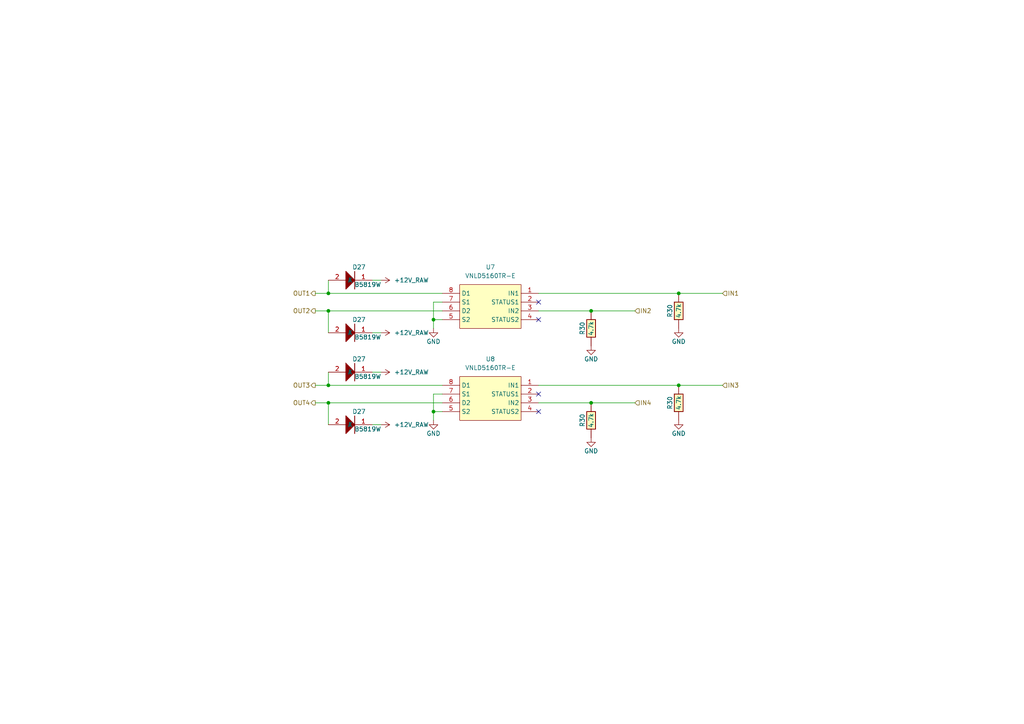
<source format=kicad_sch>
(kicad_sch (version 20250114) (generator "eeschema") (generator_version "9.0")
  (paper "A4")
  (title_block (title "UAEFI") (date "2024-08-15") (rev "D") (company "rusEFI.com"))
  (lib_symbols
    (symbol "chips:VNLD5160"
      (property "Reference" "U" (at 6.35 3.81 0))
      (property "Value" "VNLD5160TR-E" (at 12.7 -11.43 0))
      (symbol "VNLD5160_1_1"
        (rectangle (start 5.08 2.54) (end 22.86 -10.16) (fill (type background)))
        (pin input line (at 0 0 0) (length 5.08) (name "IN1") (number "1"))
        (pin open_collector line (at 0 -2.54 0) (length 5.08) (name "STATUS1") (number "2"))
        (pin input line (at 0 -5.08 0) (length 5.08) (name "IN2") (number "3"))
        (pin open_collector line (at 0 -7.62 0) (length 5.08) (name "STATUS2") (number "4"))
        (pin power_out line (at 27.94 0 180) (length 5.08) (name "D1") (number "8"))
        (pin power_in line (at 27.94 -2.54 180) (length 5.08) (name "S1") (number "7"))
        (pin power_out line (at 27.94 -5.08 180) (length 5.08) (name "D2") (number "6"))
        (pin power_in line (at 27.94 -7.62 180) (length 5.08) (name "S2") (number "5"))
      )
    )
    (symbol "hellen-one-common:+12V_RAW" (power) (pin_names (offset 0))
      (property "Value" "+12V_RAW" (at 0 3.556 0))
      (symbol "+12V_RAW_0_1"
        (polyline (pts (xy -0.762 1.27) (xy 0 2.54)))
        (polyline (pts (xy 0 2.54) (xy 0.762 1.27)))
        (polyline (pts (xy 0 0) (xy 0 2.54)))
      )
      (symbol "+12V_RAW_1_1"
        (pin power_in line (at 0 0 90) (length 0) (hide yes) (name "+12V_RAW") (number "1"))
      )
    )
    (symbol "hellen-one-common:1N4148WS"
      (property "Reference" "D" (at 0 2.54 0))
      (property "Value" "1N4148WS" (at 0 -3.81 0))
      (symbol "1N4148WS_1_0"
        (polyline (pts (xy 0 -2.54) (xy 2.54 0) (xy 0 2.54) (xy 0 -2.54)) (stroke (width 0.254)) (fill (type outline)))
        (polyline (pts (xy 2.54 2.54) (xy 2.54 -2.54)) (stroke (width 0.254)))
        (pin passive line (at -5.08 0 0) (length 5.08) (name "A") (number "2"))
        (pin passive line (at 7.62 0 180) (length 5.08) (name "K") (number "1"))
      )
    )
    (symbol "hellen-one-common:Res" (pin_numbers (hide yes))
      (property "Reference" "R" (at 3.81 2.54 0))
      (property "Value" "Res" (at 5.08 -2.54 0))
      (symbol "Res_1_0"
        (rectangle (start 2.54 -1.27) (end 7.62 1.27) (stroke (width 0.254)) (fill (type background)))
        (pin passive line (at 0 0 0) (length 2.54) (name "") (number "1"))
        (pin passive line (at 10.16 0 180) (length 2.54) (name "") (number "2"))
      )
    )
    (symbol "power:GND" (power) (pin_names (offset 0))
      (property "Value" "GND" (at 0 -3.81 0))
      (symbol "GND_0_1"
        (polyline (pts (xy 0 0) (xy 0 -1.27) (xy 1.27 -1.27) (xy 0 -2.54) (xy -1.27 -1.27) (xy 0 -1.27)))
      )
      (symbol "GND_1_1"
        (pin power_in line (at 0 0 270) (length 0) (hide yes) (name "GND") (number "1"))
      )
    )
  )
  (junction (at 171.45 90.17))
  (junction (at 171.45 116.84))
  (junction (at 95.25 116.84))
  (junction (at 125.73 119.38))
  (junction (at 95.25 85.09))
  (junction (at 125.73 92.71))
  (junction (at 95.25 111.76))
  (junction (at 95.25 90.17))
  (junction (at 196.85 85.09))
  (junction (at 196.85 111.76))
  (no_connect (at 156.21 92.71))
  (no_connect (at 156.21 119.38))
  (no_connect (at 156.21 114.3))
  (no_connect (at 156.21 87.63))
  (wire (pts (xy 95.25 85.09) (xy 128.27 85.09)))
  (wire (pts (xy 110.49 81.28) (xy 107.95 81.28)))
  (wire (pts (xy 125.73 114.3) (xy 128.27 114.3)))
  (wire (pts (xy 156.21 85.09) (xy 196.85 85.09)))
  (wire (pts (xy 125.73 119.38) (xy 125.73 114.3)))
  (wire (pts (xy 95.25 107.95) (xy 95.25 111.76)))
  (wire (pts (xy 196.85 85.09) (xy 209.55 85.09)))
  (wire (pts (xy 110.49 96.52) (xy 107.95 96.52)))
  (wire (pts (xy 196.85 111.76) (xy 209.55 111.76)))
  (wire (pts (xy 125.73 87.63) (xy 128.27 87.63)))
  (wire (pts (xy 156.21 116.84) (xy 171.45 116.84)))
  (wire (pts (xy 125.73 121.92) (xy 125.73 119.38)))
  (wire (pts (xy 110.49 123.19) (xy 107.95 123.19)))
  (wire (pts (xy 95.25 116.84) (xy 95.25 123.19)))
  (wire (pts (xy 95.25 90.17) (xy 128.27 90.17)))
  (wire (pts (xy 91.44 85.09) (xy 95.25 85.09)))
  (wire (pts (xy 125.73 119.38) (xy 128.27 119.38)))
  (wire (pts (xy 125.73 92.71) (xy 125.73 87.63)))
  (wire (pts (xy 95.25 90.17) (xy 95.25 96.52)))
  (wire (pts (xy 156.21 111.76) (xy 196.85 111.76)))
  (wire (pts (xy 171.45 90.17) (xy 184.15 90.17)))
  (wire (pts (xy 95.25 81.28) (xy 95.25 85.09)))
  (wire (pts (xy 91.44 116.84) (xy 95.25 116.84)))
  (wire (pts (xy 171.45 116.84) (xy 184.15 116.84)))
  (wire (pts (xy 95.25 116.84) (xy 128.27 116.84)))
  (wire (pts (xy 91.44 90.17) (xy 95.25 90.17)))
  (wire (pts (xy 95.25 111.76) (xy 128.27 111.76)))
  (wire (pts (xy 110.49 107.95) (xy 107.95 107.95)))
  (wire (pts (xy 91.44 111.76) (xy 95.25 111.76)))
  (wire (pts (xy 125.73 92.71) (xy 128.27 92.71)))
  (wire (pts (xy 125.73 95.25) (xy 125.73 92.71)))
  (wire (pts (xy 156.21 90.17) (xy 171.45 90.17)))
  (hierarchical_label "IN1" (shape input) (at 209.55 85.09 0))
  (hierarchical_label "OUT4" (shape output) (at 91.44 116.84 180))
  (hierarchical_label "OUT3" (shape output) (at 91.44 111.76 180))
  (hierarchical_label "OUT2" (shape output) (at 91.44 90.17 180))
  (hierarchical_label "IN2" (shape input) (at 184.15 90.17 0))
  (hierarchical_label "IN3" (shape input) (at 209.55 111.76 0))
  (hierarchical_label "OUT1" (shape output) (at 91.44 85.09 180))
  (hierarchical_label "IN4" (shape input) (at 184.15 116.84 0))
  (symbol (lib_id "hellen-one-common:+12V_RAW") (at 110.49 123.19 270) (mirror x) (unit 1)
    (property "Reference" "#PWR074" (effects (hide yes)))
    (property "Value" "+12V_RAW" (at 114.3 123.19 90) (effects (justify left)))
    (instances (project "lowside_quad" (path "" (reference "#PWR03") (unit 1))) (project "alphax_4ch" (path "" (reference "#PWR03") (unit 1))) (project "uaefi" (path "" (reference "#PWR074") (unit 1))))
  )
  (symbol (lib_id "hellen-one-common:Res") (at 196.85 95.25 90) (unit 1)
    (property "Reference" "R10" (at 194.31 90.17 0))
    (property "Value" "4.7k" (at 196.85 90.17 0))
    (property "Footprint" "hellen-one-common:R0603" (effects (hide yes)))
    (property "LCSC" "C23162" (effects (hide yes)))
    (instances (project "alphax_8ch" (path "" (reference "R30") (unit 1)) (path "" (reference "R67") (unit 1))) (project "uaefi" (path "" (reference "R10") (unit 1))))
  )
  (symbol (lib_id "hellen-one-common:+12V_RAW") (at 110.49 96.52 270) (mirror x) (unit 1)
    (property "Reference" "#PWR070" (effects (hide yes)))
    (property "Value" "+12V_RAW" (at 114.3 96.52 90) (effects (justify left)))
    (instances (project "lowside_quad" (path "" (reference "#PWR03") (unit 1))) (project "alphax_4ch" (path "" (reference "#PWR03") (unit 1))) (project "uaefi" (path "" (reference "#PWR070") (unit 1))))
  )
  (symbol (lib_id "hellen-one-common:Res") (at 196.85 121.92 90) (unit 1)
    (property "Reference" "R12" (at 194.31 116.84 0))
    (property "Value" "4.7k" (at 196.85 116.84 0))
    (property "Footprint" "hellen-one-common:R0603" (effects (hide yes)))
    (property "LCSC" "C23162" (effects (hide yes)))
    (instances (project "alphax_8ch" (path "" (reference "R30") (unit 1)) (path "" (reference "R67") (unit 1))) (project "uaefi" (path "" (reference "R12") (unit 1))))
  )
  (symbol (lib_id "power:GND") (at 125.73 95.25 0) (mirror y) (unit 1)
    (property "Reference" "#PWR090" (effects (hide yes)))
    (property "Value" "GND" (at 125.73 99.06 0))
  )
  (symbol (lib_id "power:GND") (at 196.85 121.92 0) (mirror y) (unit 1)
    (property "Reference" "#PWR0141" (effects (hide yes)))
    (property "Value" "GND" (at 196.85 125.73 0))
  )
  (symbol (lib_id "chips:VNLD5160") (at 156.21 111.76 0) (mirror y) (unit 1)
    (property "Reference" "U8" (at 142.24 104.14 0))
    (property "Value" "VNLD5160TR-E" (at 142.24 106.68 0))
    (property "Footprint" "Package_SO:SOIC-8_3.9x4.9mm_P1.27mm" (effects (hide yes)))
    (property "LCSC" "C377942" (effects (hide yes)))
  )
  (symbol (lib_id "power:GND") (at 125.73 121.92 0) (mirror y) (unit 1)
    (property "Reference" "#PWR091" (effects (hide yes)))
    (property "Value" "GND" (at 125.73 125.73 0))
  )
  (symbol (lib_id "power:GND") (at 171.45 100.33 0) (mirror y) (unit 1)
    (property "Reference" "#PWR092" (effects (hide yes)))
    (property "Value" "GND" (at 171.45 104.14 0))
  )
  (symbol (lib_id "hellen-one-common:1N4148WS") (at 100.33 123.19 0) (mirror x) (unit 1)
    (property "Reference" "D5" (at 104.14 119.38 0))
    (property "Value" "B5819W" (at 106.68 124.46 0))
    (property "Footprint" "hellen-one-common:SOD-123" (effects (hide yes)))
    (property "LCSC" "C8598" (effects (hide yes)))
    (instances (project "lowside_quad" (path "" (reference "D27") (unit 1))) (project "alphax_8ch" (path "" (reference "D27") (unit 1)) (path "" (reference "D91") (unit 1))) (project "uaefi" (path "" (reference "D5") (unit 1))))
  )
  (symbol (lib_id "hellen-one-common:+12V_RAW") (at 110.49 81.28 270) (mirror x) (unit 1)
    (property "Reference" "#PWR069" (effects (hide yes)))
    (property "Value" "+12V_RAW" (at 114.3 81.28 90) (effects (justify left)))
    (instances (project "lowside_quad" (path "" (reference "#PWR03") (unit 1))) (project "alphax_4ch" (path "" (reference "#PWR03") (unit 1))) (project "uaefi" (path "" (reference "#PWR069") (unit 1))))
  )
  (symbol (lib_id "hellen-one-common:+12V_RAW") (at 110.49 107.95 270) (mirror x) (unit 1)
    (property "Reference" "#PWR073" (effects (hide yes)))
    (property "Value" "+12V_RAW" (at 114.3 107.95 90) (effects (justify left)))
    (instances (project "lowside_quad" (path "" (reference "#PWR03") (unit 1))) (project "alphax_4ch" (path "" (reference "#PWR03") (unit 1))) (project "uaefi" (path "" (reference "#PWR073") (unit 1))))
  )
  (symbol (lib_id "hellen-one-common:1N4148WS") (at 100.33 107.95 0) (mirror x) (unit 1)
    (property "Reference" "D4" (at 104.14 104.14 0))
    (property "Value" "B5819W" (at 106.68 109.22 0))
    (property "Footprint" "hellen-one-common:SOD-123" (effects (hide yes)))
    (property "LCSC" "C8598" (effects (hide yes)))
    (instances (project "lowside_quad" (path "" (reference "D27") (unit 1))) (project "alphax_8ch" (path "" (reference "D27") (unit 1)) (path "" (reference "D91") (unit 1))) (project "uaefi" (path "" (reference "D4") (unit 1))))
  )
  (symbol (lib_id "hellen-one-common:1N4148WS") (at 100.33 81.28 0) (mirror x) (unit 1)
    (property "Reference" "D2" (at 104.14 77.47 0))
    (property "Value" "B5819W" (at 106.68 82.55 0))
    (property "Footprint" "hellen-one-common:SOD-123" (effects (hide yes)))
    (property "LCSC" "C8598" (effects (hide yes)))
    (instances (project "lowside_quad" (path "" (reference "D27") (unit 1))) (project "alphax_8ch" (path "" (reference "D27") (unit 1)) (path "" (reference "D91") (unit 1))) (project "uaefi" (path "" (reference "D2") (unit 1))))
  )
  (symbol (lib_id "chips:VNLD5160") (at 156.21 85.09 0) (mirror y) (unit 1)
    (property "Reference" "U7" (at 142.24 77.47 0))
    (property "Value" "VNLD5160TR-E" (at 142.24 80.01 0))
    (property "Footprint" "Package_SO:SOIC-8_3.9x4.9mm_P1.27mm" (effects (hide yes)))
    (property "LCSC" "C377942" (effects (hide yes)))
  )
  (symbol (lib_id "power:GND") (at 196.85 95.25 0) (mirror y) (unit 1)
    (property "Reference" "#PWR093" (effects (hide yes)))
    (property "Value" "GND" (at 196.85 99.06 0))
  )
  (symbol (lib_id "hellen-one-common:1N4148WS") (at 100.33 96.52 0) (mirror x) (unit 1)
    (property "Reference" "D3" (at 104.14 92.71 0))
    (property "Value" "B5819W" (at 106.68 97.79 0))
    (property "Footprint" "hellen-one-common:SOD-123" (effects (hide yes)))
    (property "LCSC" "C8598" (effects (hide yes)))
    (instances (project "lowside_quad" (path "" (reference "D27") (unit 1))) (project "alphax_8ch" (path "" (reference "D27") (unit 1)) (path "" (reference "D91") (unit 1))) (project "uaefi" (path "" (reference "D3") (unit 1))))
  )
  (symbol (lib_id "power:GND") (at 171.45 127 0) (mirror y) (unit 1)
    (property "Reference" "#PWR0142" (effects (hide yes)))
    (property "Value" "GND" (at 171.45 130.81 0))
  )
  (symbol (lib_id "hellen-one-common:Res") (at 171.45 127 90) (unit 1)
    (property "Reference" "R13" (at 168.91 121.92 0))
    (property "Value" "4.7k" (at 171.45 121.92 0))
    (property "Footprint" "hellen-one-common:R0603" (effects (hide yes)))
    (property "LCSC" "C23162" (effects (hide yes)))
    (instances (project "alphax_8ch" (path "" (reference "R30") (unit 1)) (path "" (reference "R67") (unit 1))) (project "uaefi" (path "" (reference "R13") (unit 1))))
  )
  (symbol (lib_id "hellen-one-common:Res") (at 171.45 100.33 90) (unit 1)
    (property "Reference" "R11" (at 168.91 95.25 0))
    (property "Value" "4.7k" (at 171.45 95.25 0))
    (property "Footprint" "hellen-one-common:R0603" (effects (hide yes)))
    (property "LCSC" "C23162" (effects (hide yes)))
    (instances (project "alphax_8ch" (path "" (reference "R30") (unit 1)) (path "" (reference "R67") (unit 1))) (project "uaefi" (path "" (reference "R11") (unit 1))))
  )
)
</source>
